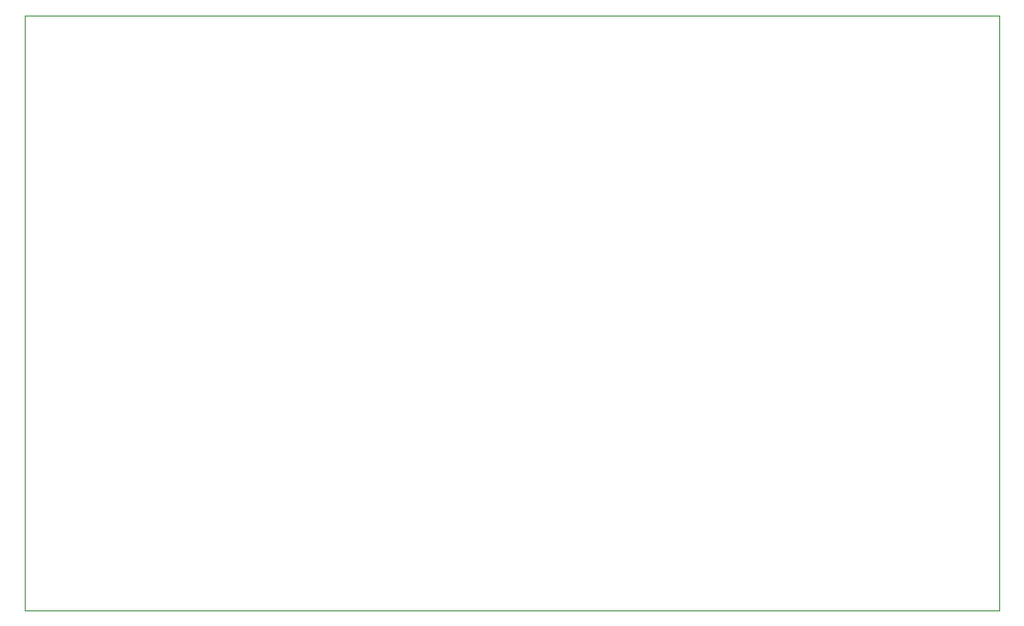
<source format=gbr>
%TF.GenerationSoftware,KiCad,Pcbnew,9.0.4*%
%TF.CreationDate,2025-09-19T12:27:40-04:00*%
%TF.ProjectId,viagrid_template,76696167-7269-4645-9f74-656d706c6174,rev?*%
%TF.SameCoordinates,Original*%
%TF.FileFunction,Profile,NP*%
%FSLAX46Y46*%
G04 Gerber Fmt 4.6, Leading zero omitted, Abs format (unit mm)*
G04 Created by KiCad (PCBNEW 9.0.4) date 2025-09-19 12:27:40*
%MOMM*%
%LPD*%
G01*
G04 APERTURE LIST*
%TA.AperFunction,Profile*%
%ADD10C,0.050000*%
%TD*%
G04 APERTURE END LIST*
D10*
X0Y55000000D02*
X90000000Y55000000D01*
X90000000Y0D01*
X0Y0D01*
X0Y55000000D01*
M02*

</source>
